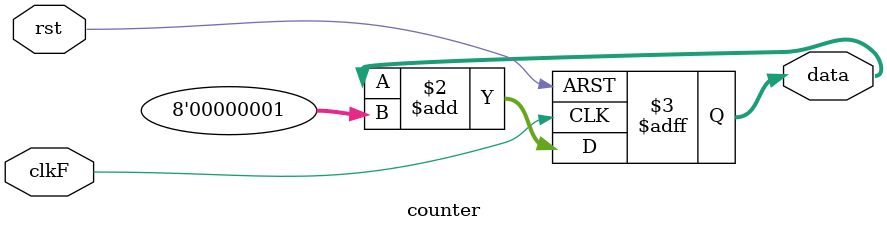
<source format=v>
module counter(clkF,rst,data);
	input clkF,rst;
	output reg [7:0] data;	

	always @(posedge clkF or posedge rst) 
		if(rst) data <= 8'b0;
		else data <= data + 8'b1;
			
endmodule

</source>
